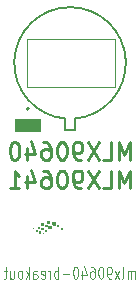
<source format=gbr>
G04 #@! TF.GenerationSoftware,KiCad,Pcbnew,(6.0.7)*
G04 #@! TF.CreationDate,2023-01-17T09:05:59-08:00*
G04 #@! TF.ProjectId,mlx90640-breakout,6d6c7839-3036-4343-902d-627265616b6f,rev?*
G04 #@! TF.SameCoordinates,Original*
G04 #@! TF.FileFunction,Legend,Bot*
G04 #@! TF.FilePolarity,Positive*
%FSLAX46Y46*%
G04 Gerber Fmt 4.6, Leading zero omitted, Abs format (unit mm)*
G04 Created by KiCad (PCBNEW (6.0.7)) date 2023-01-17 09:05:59*
%MOMM*%
%LPD*%
G01*
G04 APERTURE LIST*
%ADD10C,0.100000*%
%ADD11C,0.250000*%
%ADD12C,0.010000*%
%ADD13C,0.127000*%
%ADD14C,0.120000*%
%ADD15C,0.200000*%
G04 APERTURE END LIST*
D10*
X107266999Y-62418001D02*
X114759999Y-62418001D01*
X114759999Y-62418001D02*
X114759999Y-66482001D01*
X114759999Y-66482001D02*
X107266999Y-66482001D01*
X107266999Y-66482001D02*
X107266999Y-62418001D01*
D11*
X115983332Y-75034572D02*
X115983332Y-73534572D01*
X115516665Y-74606001D01*
X115049999Y-73534572D01*
X115049999Y-75034572D01*
X113716665Y-75034572D02*
X114383332Y-75034572D01*
X114383332Y-73534572D01*
X113383332Y-73534572D02*
X112449999Y-75034572D01*
X112449999Y-73534572D02*
X113383332Y-75034572D01*
X111849999Y-75034572D02*
X111583332Y-75034572D01*
X111449999Y-74963143D01*
X111383332Y-74891715D01*
X111249999Y-74677429D01*
X111183332Y-74391715D01*
X111183332Y-73820286D01*
X111249999Y-73677429D01*
X111316665Y-73606001D01*
X111449999Y-73534572D01*
X111716665Y-73534572D01*
X111849999Y-73606001D01*
X111916665Y-73677429D01*
X111983332Y-73820286D01*
X111983332Y-74177429D01*
X111916665Y-74320286D01*
X111849999Y-74391715D01*
X111716665Y-74463143D01*
X111449999Y-74463143D01*
X111316665Y-74391715D01*
X111249999Y-74320286D01*
X111183332Y-74177429D01*
X110316665Y-73534572D02*
X110183332Y-73534572D01*
X110049999Y-73606001D01*
X109983332Y-73677429D01*
X109916665Y-73820286D01*
X109849999Y-74106001D01*
X109849999Y-74463143D01*
X109916665Y-74748858D01*
X109983332Y-74891715D01*
X110049999Y-74963143D01*
X110183332Y-75034572D01*
X110316665Y-75034572D01*
X110449999Y-74963143D01*
X110516665Y-74891715D01*
X110583332Y-74748858D01*
X110649999Y-74463143D01*
X110649999Y-74106001D01*
X110583332Y-73820286D01*
X110516665Y-73677429D01*
X110449999Y-73606001D01*
X110316665Y-73534572D01*
X108649999Y-73534572D02*
X108916665Y-73534572D01*
X109049999Y-73606001D01*
X109116665Y-73677429D01*
X109249999Y-73891715D01*
X109316665Y-74177429D01*
X109316665Y-74748858D01*
X109249999Y-74891715D01*
X109183332Y-74963143D01*
X109049999Y-75034572D01*
X108783332Y-75034572D01*
X108649999Y-74963143D01*
X108583332Y-74891715D01*
X108516665Y-74748858D01*
X108516665Y-74391715D01*
X108583332Y-74248858D01*
X108649999Y-74177429D01*
X108783332Y-74106001D01*
X109049999Y-74106001D01*
X109183332Y-74177429D01*
X109249999Y-74248858D01*
X109316665Y-74391715D01*
X107316665Y-74034572D02*
X107316665Y-75034572D01*
X107649999Y-73463143D02*
X107983332Y-74534572D01*
X107116665Y-74534572D01*
X105849999Y-75034572D02*
X106649999Y-75034572D01*
X106249999Y-75034572D02*
X106249999Y-73534572D01*
X106383332Y-73748858D01*
X106516665Y-73891715D01*
X106649999Y-73963143D01*
D10*
X116449999Y-82682381D02*
X116449999Y-82015715D01*
X116449999Y-82110953D02*
X116414284Y-82063334D01*
X116342856Y-82015715D01*
X116235713Y-82015715D01*
X116164284Y-82063334D01*
X116128570Y-82158572D01*
X116128570Y-82682381D01*
X116128570Y-82158572D02*
X116092856Y-82063334D01*
X116021427Y-82015715D01*
X115914284Y-82015715D01*
X115842856Y-82063334D01*
X115807141Y-82158572D01*
X115807141Y-82682381D01*
X115342856Y-82682381D02*
X115414284Y-82634762D01*
X115449999Y-82539524D01*
X115449999Y-81682381D01*
X115128570Y-82682381D02*
X114735713Y-82015715D01*
X115128570Y-82015715D02*
X114735713Y-82682381D01*
X114414284Y-82682381D02*
X114271427Y-82682381D01*
X114199999Y-82634762D01*
X114164284Y-82587143D01*
X114092856Y-82444286D01*
X114057141Y-82253810D01*
X114057141Y-81872858D01*
X114092856Y-81777620D01*
X114128570Y-81730001D01*
X114199999Y-81682381D01*
X114342856Y-81682381D01*
X114414284Y-81730001D01*
X114449999Y-81777620D01*
X114485713Y-81872858D01*
X114485713Y-82110953D01*
X114449999Y-82206191D01*
X114414284Y-82253810D01*
X114342856Y-82301429D01*
X114199999Y-82301429D01*
X114128570Y-82253810D01*
X114092856Y-82206191D01*
X114057141Y-82110953D01*
X113592856Y-81682381D02*
X113521427Y-81682381D01*
X113449999Y-81730001D01*
X113414284Y-81777620D01*
X113378570Y-81872858D01*
X113342856Y-82063334D01*
X113342856Y-82301429D01*
X113378570Y-82491905D01*
X113414284Y-82587143D01*
X113449999Y-82634762D01*
X113521427Y-82682381D01*
X113592856Y-82682381D01*
X113664284Y-82634762D01*
X113699999Y-82587143D01*
X113735713Y-82491905D01*
X113771427Y-82301429D01*
X113771427Y-82063334D01*
X113735713Y-81872858D01*
X113699999Y-81777620D01*
X113664284Y-81730001D01*
X113592856Y-81682381D01*
X112699999Y-81682381D02*
X112842856Y-81682381D01*
X112914284Y-81730001D01*
X112949999Y-81777620D01*
X113021427Y-81920477D01*
X113057141Y-82110953D01*
X113057141Y-82491905D01*
X113021427Y-82587143D01*
X112985713Y-82634762D01*
X112914284Y-82682381D01*
X112771427Y-82682381D01*
X112699999Y-82634762D01*
X112664284Y-82587143D01*
X112628570Y-82491905D01*
X112628570Y-82253810D01*
X112664284Y-82158572D01*
X112699999Y-82110953D01*
X112771427Y-82063334D01*
X112914284Y-82063334D01*
X112985713Y-82110953D01*
X113021427Y-82158572D01*
X113057141Y-82253810D01*
X111985713Y-82015715D02*
X111985713Y-82682381D01*
X112164284Y-81634762D02*
X112342856Y-82349048D01*
X111878570Y-82349048D01*
X111449999Y-81682381D02*
X111378570Y-81682381D01*
X111307141Y-81730001D01*
X111271427Y-81777620D01*
X111235713Y-81872858D01*
X111199999Y-82063334D01*
X111199999Y-82301429D01*
X111235713Y-82491905D01*
X111271427Y-82587143D01*
X111307141Y-82634762D01*
X111378570Y-82682381D01*
X111449999Y-82682381D01*
X111521427Y-82634762D01*
X111557141Y-82587143D01*
X111592856Y-82491905D01*
X111628570Y-82301429D01*
X111628570Y-82063334D01*
X111592856Y-81872858D01*
X111557141Y-81777620D01*
X111521427Y-81730001D01*
X111449999Y-81682381D01*
X110878570Y-82301429D02*
X110307141Y-82301429D01*
X109949999Y-82682381D02*
X109949999Y-81682381D01*
X109949999Y-82063334D02*
X109878570Y-82015715D01*
X109735713Y-82015715D01*
X109664284Y-82063334D01*
X109628570Y-82110953D01*
X109592856Y-82206191D01*
X109592856Y-82491905D01*
X109628570Y-82587143D01*
X109664284Y-82634762D01*
X109735713Y-82682381D01*
X109878570Y-82682381D01*
X109949999Y-82634762D01*
X109271427Y-82682381D02*
X109271427Y-82015715D01*
X109271427Y-82206191D02*
X109235713Y-82110953D01*
X109199999Y-82063334D01*
X109128570Y-82015715D01*
X109057141Y-82015715D01*
X108521427Y-82634762D02*
X108592856Y-82682381D01*
X108735713Y-82682381D01*
X108807141Y-82634762D01*
X108842856Y-82539524D01*
X108842856Y-82158572D01*
X108807141Y-82063334D01*
X108735713Y-82015715D01*
X108592856Y-82015715D01*
X108521427Y-82063334D01*
X108485713Y-82158572D01*
X108485713Y-82253810D01*
X108842856Y-82349048D01*
X107842856Y-82682381D02*
X107842856Y-82158572D01*
X107878570Y-82063334D01*
X107949999Y-82015715D01*
X108092856Y-82015715D01*
X108164284Y-82063334D01*
X107842856Y-82634762D02*
X107914284Y-82682381D01*
X108092856Y-82682381D01*
X108164284Y-82634762D01*
X108199999Y-82539524D01*
X108199999Y-82444286D01*
X108164284Y-82349048D01*
X108092856Y-82301429D01*
X107914284Y-82301429D01*
X107842856Y-82253810D01*
X107485713Y-82682381D02*
X107485713Y-81682381D01*
X107414284Y-82301429D02*
X107199999Y-82682381D01*
X107199999Y-82015715D02*
X107485713Y-82396667D01*
X106771427Y-82682381D02*
X106842856Y-82634762D01*
X106878570Y-82587143D01*
X106914284Y-82491905D01*
X106914284Y-82206191D01*
X106878570Y-82110953D01*
X106842856Y-82063334D01*
X106771427Y-82015715D01*
X106664284Y-82015715D01*
X106592856Y-82063334D01*
X106557141Y-82110953D01*
X106521427Y-82206191D01*
X106521427Y-82491905D01*
X106557141Y-82587143D01*
X106592856Y-82634762D01*
X106664284Y-82682381D01*
X106771427Y-82682381D01*
X105878570Y-82015715D02*
X105878570Y-82682381D01*
X106199999Y-82015715D02*
X106199999Y-82539524D01*
X106164284Y-82634762D01*
X106092856Y-82682381D01*
X105985713Y-82682381D01*
X105914284Y-82634762D01*
X105878570Y-82587143D01*
X105628570Y-82015715D02*
X105342856Y-82015715D01*
X105521427Y-81682381D02*
X105521427Y-82539524D01*
X105485713Y-82634762D01*
X105414284Y-82682381D01*
X105342856Y-82682381D01*
D11*
X115983332Y-72621572D02*
X115983332Y-71121572D01*
X115516665Y-72193001D01*
X115049999Y-71121572D01*
X115049999Y-72621572D01*
X113716665Y-72621572D02*
X114383332Y-72621572D01*
X114383332Y-71121572D01*
X113383332Y-71121572D02*
X112449999Y-72621572D01*
X112449999Y-71121572D02*
X113383332Y-72621572D01*
X111849999Y-72621572D02*
X111583332Y-72621572D01*
X111449999Y-72550143D01*
X111383332Y-72478715D01*
X111249999Y-72264429D01*
X111183332Y-71978715D01*
X111183332Y-71407286D01*
X111249999Y-71264429D01*
X111316665Y-71193001D01*
X111449999Y-71121572D01*
X111716665Y-71121572D01*
X111849999Y-71193001D01*
X111916665Y-71264429D01*
X111983332Y-71407286D01*
X111983332Y-71764429D01*
X111916665Y-71907286D01*
X111849999Y-71978715D01*
X111716665Y-72050143D01*
X111449999Y-72050143D01*
X111316665Y-71978715D01*
X111249999Y-71907286D01*
X111183332Y-71764429D01*
X110316665Y-71121572D02*
X110183332Y-71121572D01*
X110049999Y-71193001D01*
X109983332Y-71264429D01*
X109916665Y-71407286D01*
X109849999Y-71693001D01*
X109849999Y-72050143D01*
X109916665Y-72335858D01*
X109983332Y-72478715D01*
X110049999Y-72550143D01*
X110183332Y-72621572D01*
X110316665Y-72621572D01*
X110449999Y-72550143D01*
X110516665Y-72478715D01*
X110583332Y-72335858D01*
X110649999Y-72050143D01*
X110649999Y-71693001D01*
X110583332Y-71407286D01*
X110516665Y-71264429D01*
X110449999Y-71193001D01*
X110316665Y-71121572D01*
X108649999Y-71121572D02*
X108916665Y-71121572D01*
X109049999Y-71193001D01*
X109116665Y-71264429D01*
X109249999Y-71478715D01*
X109316665Y-71764429D01*
X109316665Y-72335858D01*
X109249999Y-72478715D01*
X109183332Y-72550143D01*
X109049999Y-72621572D01*
X108783332Y-72621572D01*
X108649999Y-72550143D01*
X108583332Y-72478715D01*
X108516665Y-72335858D01*
X108516665Y-71978715D01*
X108583332Y-71835858D01*
X108649999Y-71764429D01*
X108783332Y-71693001D01*
X109049999Y-71693001D01*
X109183332Y-71764429D01*
X109249999Y-71835858D01*
X109316665Y-71978715D01*
X107316665Y-71621572D02*
X107316665Y-72621572D01*
X107649999Y-71050143D02*
X107983332Y-72121572D01*
X107116665Y-72121572D01*
X106316665Y-71121572D02*
X106183332Y-71121572D01*
X106049999Y-71193001D01*
X105983332Y-71264429D01*
X105916665Y-71407286D01*
X105849999Y-71693001D01*
X105849999Y-72050143D01*
X105916665Y-72335858D01*
X105983332Y-72478715D01*
X106049999Y-72550143D01*
X106183332Y-72621572D01*
X106316665Y-72621572D01*
X106449999Y-72550143D01*
X106516665Y-72478715D01*
X106583332Y-72335858D01*
X106649999Y-72050143D01*
X106649999Y-71693001D01*
X106583332Y-71407286D01*
X106516665Y-71264429D01*
X106449999Y-71193001D01*
X106316665Y-71121572D01*
G36*
X108962514Y-78188620D02*
G01*
X108963920Y-78263550D01*
X108810977Y-78263550D01*
X108813789Y-78113690D01*
X108961109Y-78113690D01*
X108962514Y-78188620D01*
G37*
D12*
X108962514Y-78188620D02*
X108963920Y-78263550D01*
X108810977Y-78263550D01*
X108813789Y-78113690D01*
X108961109Y-78113690D01*
X108962514Y-78188620D01*
G36*
X110243809Y-78451510D02*
G01*
X110167609Y-78451510D01*
X110167609Y-78375310D01*
X110243809Y-78375310D01*
X110243809Y-78451510D01*
G37*
X110243809Y-78451510D02*
X110167609Y-78451510D01*
X110167609Y-78375310D01*
X110243809Y-78375310D01*
X110243809Y-78451510D01*
G36*
X109959329Y-78248310D02*
G01*
X109847569Y-78248310D01*
X109847569Y-78136550D01*
X109959329Y-78136550D01*
X109959329Y-78248310D01*
G37*
X109959329Y-78248310D02*
X109847569Y-78248310D01*
X109847569Y-78136550D01*
X109959329Y-78136550D01*
X109959329Y-78248310D01*
G36*
X108338809Y-78380390D02*
G01*
X108232129Y-78380390D01*
X108232129Y-78278790D01*
X108338809Y-78278790D01*
X108338809Y-78380390D01*
G37*
X108338809Y-78380390D02*
X108232129Y-78380390D01*
X108232129Y-78278790D01*
X108338809Y-78278790D01*
X108338809Y-78380390D01*
G36*
X109293849Y-78395630D02*
G01*
X109116049Y-78395630D01*
X109116049Y-78217830D01*
X109293849Y-78217830D01*
X109293849Y-78395630D01*
G37*
X109293849Y-78395630D02*
X109116049Y-78395630D01*
X109116049Y-78217830D01*
X109293849Y-78217830D01*
X109293849Y-78395630D01*
G36*
X108627250Y-78054000D02*
G01*
X108625829Y-78118770D01*
X108561059Y-78120191D01*
X108496289Y-78121613D01*
X108496289Y-77989230D01*
X108628672Y-77989230D01*
X108627250Y-78054000D01*
G37*
X108627250Y-78054000D02*
X108625829Y-78118770D01*
X108561059Y-78120191D01*
X108496289Y-78121613D01*
X108496289Y-77989230D01*
X108628672Y-77989230D01*
X108627250Y-78054000D01*
G36*
X108658849Y-78837590D02*
G01*
X108613129Y-78837590D01*
X108613129Y-78791870D01*
X108658849Y-78791870D01*
X108658849Y-78837590D01*
G37*
X108658849Y-78837590D02*
X108613129Y-78837590D01*
X108613129Y-78791870D01*
X108658849Y-78791870D01*
X108658849Y-78837590D01*
G36*
X107835889Y-78431190D02*
G01*
X107774929Y-78431190D01*
X107774929Y-78370230D01*
X107835889Y-78370230D01*
X107835889Y-78431190D01*
G37*
X107835889Y-78431190D02*
X107774929Y-78431190D01*
X107774929Y-78370230D01*
X107835889Y-78370230D01*
X107835889Y-78431190D01*
G36*
X108110209Y-78629310D02*
G01*
X108034009Y-78629310D01*
X108034009Y-78553110D01*
X108110209Y-78553110D01*
X108110209Y-78629310D01*
G37*
X108110209Y-78629310D02*
X108034009Y-78629310D01*
X108034009Y-78553110D01*
X108110209Y-78553110D01*
X108110209Y-78629310D01*
G36*
X108912849Y-78634390D02*
G01*
X108821409Y-78634390D01*
X108821409Y-78537870D01*
X108912849Y-78537870D01*
X108912849Y-78634390D01*
G37*
X108912849Y-78634390D02*
X108821409Y-78634390D01*
X108821409Y-78537870D01*
X108912849Y-78537870D01*
X108912849Y-78634390D01*
G36*
X109633056Y-78013242D02*
G01*
X109631669Y-78103530D01*
X109543925Y-78104920D01*
X109510550Y-78105284D01*
X109486114Y-78105116D01*
X109469408Y-78104346D01*
X109459223Y-78102902D01*
X109454348Y-78100715D01*
X109453624Y-78099645D01*
X109452847Y-78092523D01*
X109452337Y-78077101D01*
X109452118Y-78055240D01*
X109452214Y-78028795D01*
X109452468Y-78009354D01*
X109453869Y-77925730D01*
X109544156Y-77924342D01*
X109634444Y-77922954D01*
X109633056Y-78013242D01*
G37*
X109633056Y-78013242D02*
X109631669Y-78103530D01*
X109543925Y-78104920D01*
X109510550Y-78105284D01*
X109486114Y-78105116D01*
X109469408Y-78104346D01*
X109459223Y-78102902D01*
X109454348Y-78100715D01*
X109453624Y-78099645D01*
X109452847Y-78092523D01*
X109452337Y-78077101D01*
X109452118Y-78055240D01*
X109452214Y-78028795D01*
X109452468Y-78009354D01*
X109453869Y-77925730D01*
X109544156Y-77924342D01*
X109634444Y-77922954D01*
X109633056Y-78013242D01*
G36*
X108623289Y-78517550D02*
G01*
X108511529Y-78517550D01*
X108511529Y-78400710D01*
X108623289Y-78400710D01*
X108623289Y-78517550D01*
G37*
X108623289Y-78517550D02*
X108511529Y-78517550D01*
X108511529Y-78400710D01*
X108623289Y-78400710D01*
X108623289Y-78517550D01*
G36*
X109161769Y-77953670D02*
G01*
X108983969Y-77953670D01*
X108983969Y-77775870D01*
X109161769Y-77775870D01*
X109161769Y-77953670D01*
G37*
X109161769Y-77953670D02*
X108983969Y-77953670D01*
X108983969Y-77775870D01*
X109161769Y-77775870D01*
X109161769Y-77953670D01*
G36*
X108420089Y-78791870D02*
G01*
X108318489Y-78791870D01*
X108318489Y-78690270D01*
X108420089Y-78690270D01*
X108420089Y-78791870D01*
G37*
X108420089Y-78791870D02*
X108318489Y-78791870D01*
X108318489Y-78690270D01*
X108420089Y-78690270D01*
X108420089Y-78791870D01*
D13*
X110542235Y-70134249D02*
X111342660Y-70134239D01*
X110542235Y-70134249D02*
X110542226Y-69134448D01*
X111342652Y-69134437D02*
X111342660Y-70134239D01*
D14*
X106249999Y-70225001D02*
X108374999Y-70225001D01*
X108374999Y-70225001D02*
X108374999Y-69175001D01*
X108374999Y-69175001D02*
X106249999Y-69175001D01*
X106249999Y-69175001D02*
X106249999Y-70225001D01*
G36*
X106249999Y-70225001D02*
G01*
X108374999Y-70225001D01*
X108374999Y-69175001D01*
X106249999Y-69175001D01*
X106249999Y-70225001D01*
G37*
D13*
X111342652Y-69134437D02*
G75*
G03*
X110542226Y-69134448I-400278J4708339D01*
G01*
D15*
X107449727Y-68295937D02*
G75*
G03*
X107449727Y-68295937I-100000J0D01*
G01*
M02*

</source>
